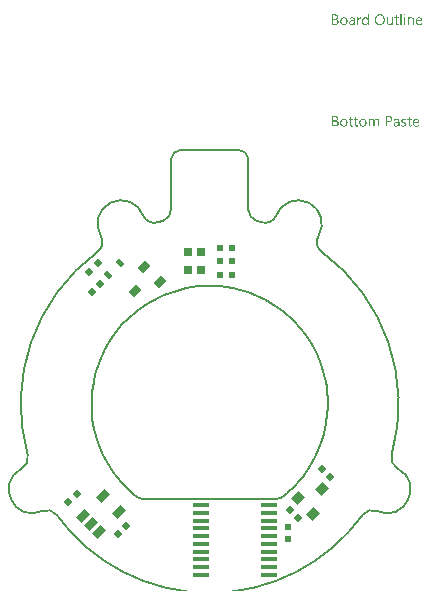
<source format=gbp>
G04*
G04 #@! TF.GenerationSoftware,Altium Limited,Altium Designer,21.9.2 (33)*
G04*
G04 Layer_Color=128*
%FSAX25Y25*%
%MOIN*%
G70*
G04*
G04 #@! TF.SameCoordinates,769468AF-EC4D-4854-9D34-422089E218C9*
G04*
G04*
G04 #@! TF.FilePolarity,Positive*
G04*
G01*
G75*
%ADD11C,0.00787*%
%ADD18R,0.02165X0.01968*%
G04:AMPARAMS|DCode=19|XSize=19.68mil|YSize=21.65mil|CornerRadius=0mil|HoleSize=0mil|Usage=FLASHONLY|Rotation=45.000|XOffset=0mil|YOffset=0mil|HoleType=Round|Shape=Rectangle|*
%AMROTATEDRECTD19*
4,1,4,0.00070,-0.01462,-0.01462,0.00070,-0.00070,0.01462,0.01462,-0.00070,0.00070,-0.01462,0.0*
%
%ADD19ROTATEDRECTD19*%

%ADD47R,0.05315X0.01575*%
%ADD50R,0.02559X0.03150*%
G04:AMPARAMS|DCode=51|XSize=31.5mil|YSize=35.43mil|CornerRadius=0mil|HoleSize=0mil|Usage=FLASHONLY|Rotation=315.000|XOffset=0mil|YOffset=0mil|HoleType=Round|Shape=Rectangle|*
%AMROTATEDRECTD51*
4,1,4,-0.02366,-0.00139,0.00139,0.02366,0.02366,0.00139,-0.00139,-0.02366,-0.02366,-0.00139,0.0*
%
%ADD51ROTATEDRECTD51*%

G04:AMPARAMS|DCode=52|XSize=23.62mil|YSize=35.43mil|CornerRadius=0mil|HoleSize=0mil|Usage=FLASHONLY|Rotation=135.000|XOffset=0mil|YOffset=0mil|HoleType=Round|Shape=Rectangle|*
%AMROTATEDRECTD52*
4,1,4,0.02088,0.00418,-0.00418,-0.02088,-0.02088,-0.00418,0.00418,0.02088,0.02088,0.00418,0.0*
%
%ADD52ROTATEDRECTD52*%

G04:AMPARAMS|DCode=53|XSize=27.56mil|YSize=39.37mil|CornerRadius=0mil|HoleSize=0mil|Usage=FLASHONLY|Rotation=315.000|XOffset=0mil|YOffset=0mil|HoleType=Round|Shape=Rectangle|*
%AMROTATEDRECTD53*
4,1,4,-0.02366,-0.00418,0.00418,0.02366,0.02366,0.00418,-0.00418,-0.02366,-0.02366,-0.00418,0.0*
%
%ADD53ROTATEDRECTD53*%

G04:AMPARAMS|DCode=54|XSize=21.65mil|YSize=19.68mil|CornerRadius=0mil|HoleSize=0mil|Usage=FLASHONLY|Rotation=45.000|XOffset=0mil|YOffset=0mil|HoleType=Round|Shape=Rectangle|*
%AMROTATEDRECTD54*
4,1,4,-0.00070,-0.01462,-0.01462,-0.00070,0.00070,0.01462,0.01462,0.00070,-0.00070,-0.01462,0.0*
%
%ADD54ROTATEDRECTD54*%

G04:AMPARAMS|DCode=55|XSize=21.65mil|YSize=19.68mil|CornerRadius=0mil|HoleSize=0mil|Usage=FLASHONLY|Rotation=315.000|XOffset=0mil|YOffset=0mil|HoleType=Round|Shape=Rectangle|*
%AMROTATEDRECTD55*
4,1,4,-0.01462,0.00070,-0.00070,0.01462,0.01462,-0.00070,0.00070,-0.01462,-0.01462,0.00070,0.0*
%
%ADD55ROTATEDRECTD55*%

%ADD56R,0.01968X0.02165*%
G04:AMPARAMS|DCode=69|XSize=15.75mil|YSize=23.62mil|CornerRadius=0mil|HoleSize=0mil|Usage=FLASHONLY|Rotation=225.000|XOffset=0mil|YOffset=0mil|HoleType=Round|Shape=Rectangle|*
%AMROTATEDRECTD69*
4,1,4,-0.00278,0.01392,0.01392,-0.00278,0.00278,-0.01392,-0.01392,0.00278,-0.00278,0.01392,0.0*
%
%ADD69ROTATEDRECTD69*%

G36*
X0065056Y0129114D02*
X0065080D01*
X0065136Y0129089D01*
X0065167Y0129071D01*
X0065198Y0129046D01*
X0065204Y0129040D01*
X0065210Y0129033D01*
X0065241Y0128996D01*
X0065266Y0128934D01*
X0065272Y0128897D01*
X0065278Y0128860D01*
Y0128854D01*
Y0128841D01*
X0065272Y0128823D01*
X0065266Y0128798D01*
X0065247Y0128736D01*
X0065223Y0128705D01*
X0065198Y0128674D01*
X0065192D01*
X0065185Y0128662D01*
X0065148Y0128637D01*
X0065093Y0128612D01*
X0065056Y0128606D01*
X0065018Y0128600D01*
X0065000D01*
X0064981Y0128606D01*
X0064956D01*
X0064895Y0128631D01*
X0064864Y0128643D01*
X0064833Y0128668D01*
Y0128674D01*
X0064820Y0128681D01*
X0064808Y0128699D01*
X0064796Y0128718D01*
X0064771Y0128780D01*
X0064765Y0128817D01*
X0064758Y0128860D01*
Y0128866D01*
Y0128879D01*
X0064765Y0128897D01*
X0064771Y0128928D01*
X0064789Y0128984D01*
X0064808Y0129015D01*
X0064833Y0129046D01*
X0064839Y0129052D01*
X0064845Y0129058D01*
X0064882Y0129083D01*
X0064944Y0129108D01*
X0064981Y0129120D01*
X0065037D01*
X0065056Y0129114D01*
D02*
G37*
G36*
X0053066Y0125449D02*
X0052663D01*
Y0125870D01*
X0052651D01*
Y0125864D01*
X0052638Y0125852D01*
X0052620Y0125827D01*
X0052601Y0125796D01*
X0052570Y0125759D01*
X0052533Y0125722D01*
X0052490Y0125678D01*
X0052440Y0125635D01*
X0052385Y0125586D01*
X0052316Y0125542D01*
X0052248Y0125505D01*
X0052168Y0125468D01*
X0052087Y0125437D01*
X0051995Y0125412D01*
X0051896Y0125400D01*
X0051790Y0125394D01*
X0051747D01*
X0051710Y0125400D01*
X0051673Y0125406D01*
X0051623Y0125412D01*
X0051518Y0125437D01*
X0051394Y0125474D01*
X0051270Y0125536D01*
X0051202Y0125573D01*
X0051147Y0125617D01*
X0051085Y0125672D01*
X0051029Y0125728D01*
Y0125734D01*
X0051017Y0125747D01*
X0051004Y0125765D01*
X0050986Y0125790D01*
X0050967Y0125821D01*
X0050942Y0125864D01*
X0050918Y0125914D01*
X0050893Y0125969D01*
X0050862Y0126031D01*
X0050837Y0126099D01*
X0050812Y0126174D01*
X0050794Y0126254D01*
X0050775Y0126341D01*
X0050763Y0126440D01*
X0050757Y0126539D01*
X0050750Y0126644D01*
Y0126650D01*
Y0126669D01*
Y0126706D01*
X0050757Y0126749D01*
X0050763Y0126799D01*
X0050769Y0126861D01*
X0050775Y0126929D01*
X0050788Y0127003D01*
X0050825Y0127164D01*
X0050880Y0127331D01*
X0050918Y0127412D01*
X0050961Y0127492D01*
X0051004Y0127566D01*
X0051060Y0127641D01*
X0051066Y0127647D01*
X0051072Y0127659D01*
X0051091Y0127678D01*
X0051116Y0127703D01*
X0051147Y0127727D01*
X0051190Y0127758D01*
X0051233Y0127795D01*
X0051283Y0127832D01*
X0051407Y0127901D01*
X0051549Y0127963D01*
X0051629Y0127981D01*
X0051716Y0128000D01*
X0051803Y0128012D01*
X0051902Y0128018D01*
X0051951D01*
X0051988Y0128012D01*
X0052026Y0128006D01*
X0052075Y0128000D01*
X0052187Y0127969D01*
X0052310Y0127919D01*
X0052372Y0127888D01*
X0052434Y0127845D01*
X0052496Y0127802D01*
X0052552Y0127746D01*
X0052601Y0127684D01*
X0052651Y0127610D01*
X0052663D01*
Y0129170D01*
X0053066D01*
Y0125449D01*
D02*
G37*
G36*
X0067334Y0128012D02*
X0067408Y0128006D01*
X0067501Y0127987D01*
X0067600Y0127956D01*
X0067705Y0127907D01*
X0067810Y0127839D01*
X0067853Y0127802D01*
X0067897Y0127752D01*
X0067909Y0127740D01*
X0067934Y0127703D01*
X0067965Y0127641D01*
X0068008Y0127554D01*
X0068045Y0127449D01*
X0068082Y0127319D01*
X0068107Y0127164D01*
X0068113Y0126985D01*
Y0125449D01*
X0067711D01*
Y0126879D01*
Y0126885D01*
Y0126916D01*
X0067705Y0126954D01*
Y0127003D01*
X0067693Y0127065D01*
X0067680Y0127133D01*
X0067661Y0127207D01*
X0067637Y0127282D01*
X0067606Y0127356D01*
X0067569Y0127424D01*
X0067519Y0127492D01*
X0067463Y0127554D01*
X0067401Y0127603D01*
X0067321Y0127641D01*
X0067234Y0127672D01*
X0067129Y0127678D01*
X0067117D01*
X0067080Y0127672D01*
X0067024Y0127665D01*
X0066956Y0127647D01*
X0066875Y0127622D01*
X0066789Y0127579D01*
X0066708Y0127523D01*
X0066628Y0127449D01*
X0066622Y0127436D01*
X0066597Y0127412D01*
X0066566Y0127362D01*
X0066529Y0127294D01*
X0066492Y0127214D01*
X0066461Y0127114D01*
X0066436Y0127003D01*
X0066430Y0126879D01*
Y0125449D01*
X0066027D01*
Y0127963D01*
X0066430D01*
Y0127542D01*
X0066442D01*
X0066448Y0127548D01*
X0066454Y0127560D01*
X0066473Y0127585D01*
X0066498Y0127616D01*
X0066523Y0127653D01*
X0066560Y0127690D01*
X0066603Y0127734D01*
X0066653Y0127783D01*
X0066708Y0127826D01*
X0066770Y0127870D01*
X0066838Y0127907D01*
X0066913Y0127944D01*
X0066987Y0127975D01*
X0067074Y0128000D01*
X0067166Y0128012D01*
X0067265Y0128018D01*
X0067303D01*
X0067334Y0128012D01*
D02*
G37*
G36*
X0050336Y0128000D02*
X0050410Y0127994D01*
X0050453Y0127981D01*
X0050484Y0127969D01*
Y0127554D01*
X0050478Y0127560D01*
X0050466Y0127566D01*
X0050441Y0127579D01*
X0050410Y0127597D01*
X0050367Y0127610D01*
X0050311Y0127622D01*
X0050249Y0127628D01*
X0050181Y0127635D01*
X0050169D01*
X0050138Y0127628D01*
X0050088Y0127622D01*
X0050032Y0127603D01*
X0049958Y0127573D01*
X0049890Y0127529D01*
X0049816Y0127467D01*
X0049748Y0127387D01*
X0049742Y0127374D01*
X0049723Y0127343D01*
X0049692Y0127288D01*
X0049661Y0127214D01*
X0049630Y0127121D01*
X0049599Y0127003D01*
X0049580Y0126873D01*
X0049574Y0126725D01*
Y0125449D01*
X0049172D01*
Y0127963D01*
X0049574D01*
Y0127443D01*
X0049587D01*
Y0127449D01*
X0049593Y0127455D01*
X0049605Y0127486D01*
X0049624Y0127535D01*
X0049655Y0127597D01*
X0049686Y0127659D01*
X0049735Y0127727D01*
X0049785Y0127795D01*
X0049847Y0127857D01*
X0049853Y0127864D01*
X0049878Y0127882D01*
X0049915Y0127907D01*
X0049964Y0127932D01*
X0050020Y0127956D01*
X0050088Y0127981D01*
X0050162Y0128000D01*
X0050243Y0128006D01*
X0050299D01*
X0050336Y0128000D01*
D02*
G37*
G36*
X0061075Y0125449D02*
X0060673D01*
Y0125846D01*
X0060661D01*
Y0125839D01*
X0060648Y0125827D01*
X0060636Y0125802D01*
X0060611Y0125777D01*
X0060555Y0125703D01*
X0060469Y0125623D01*
X0060419Y0125579D01*
X0060364Y0125536D01*
X0060302Y0125499D01*
X0060227Y0125462D01*
X0060153Y0125437D01*
X0060073Y0125412D01*
X0059980Y0125400D01*
X0059887Y0125394D01*
X0059850D01*
X0059806Y0125400D01*
X0059745Y0125412D01*
X0059676Y0125425D01*
X0059602Y0125449D01*
X0059522Y0125480D01*
X0059441Y0125530D01*
X0059355Y0125586D01*
X0059274Y0125654D01*
X0059200Y0125740D01*
X0059132Y0125846D01*
X0059070Y0125963D01*
X0059026Y0126105D01*
X0059002Y0126273D01*
X0058989Y0126359D01*
Y0126458D01*
Y0127963D01*
X0059386D01*
Y0126520D01*
Y0126514D01*
Y0126489D01*
X0059392Y0126446D01*
X0059398Y0126397D01*
X0059404Y0126335D01*
X0059416Y0126273D01*
X0059435Y0126198D01*
X0059460Y0126124D01*
X0059497Y0126050D01*
X0059534Y0125982D01*
X0059584Y0125914D01*
X0059645Y0125852D01*
X0059714Y0125802D01*
X0059794Y0125765D01*
X0059893Y0125734D01*
X0059998Y0125728D01*
X0060011D01*
X0060048Y0125734D01*
X0060103Y0125740D01*
X0060165Y0125753D01*
X0060246Y0125784D01*
X0060326Y0125821D01*
X0060407Y0125870D01*
X0060481Y0125945D01*
X0060487Y0125957D01*
X0060512Y0125982D01*
X0060543Y0126031D01*
X0060580Y0126099D01*
X0060611Y0126180D01*
X0060642Y0126279D01*
X0060667Y0126390D01*
X0060673Y0126514D01*
Y0127963D01*
X0061075D01*
Y0125449D01*
D02*
G37*
G36*
X0065210D02*
X0064808D01*
Y0127963D01*
X0065210D01*
Y0125449D01*
D02*
G37*
G36*
X0063991D02*
X0063589D01*
Y0129170D01*
X0063991D01*
Y0125449D01*
D02*
G37*
G36*
X0047612Y0128012D02*
X0047668Y0128006D01*
X0047736Y0127987D01*
X0047810Y0127969D01*
X0047891Y0127938D01*
X0047977Y0127901D01*
X0048058Y0127851D01*
X0048138Y0127789D01*
X0048213Y0127715D01*
X0048281Y0127622D01*
X0048336Y0127517D01*
X0048380Y0127393D01*
X0048404Y0127251D01*
X0048417Y0127084D01*
Y0125449D01*
X0048015D01*
Y0125839D01*
X0048002D01*
Y0125833D01*
X0047990Y0125821D01*
X0047977Y0125796D01*
X0047953Y0125771D01*
X0047891Y0125697D01*
X0047810Y0125617D01*
X0047699Y0125536D01*
X0047569Y0125462D01*
X0047488Y0125437D01*
X0047408Y0125412D01*
X0047321Y0125400D01*
X0047228Y0125394D01*
X0047191D01*
X0047166Y0125400D01*
X0047098Y0125406D01*
X0047018Y0125418D01*
X0046919Y0125443D01*
X0046826Y0125474D01*
X0046727Y0125524D01*
X0046640Y0125586D01*
X0046634Y0125598D01*
X0046609Y0125623D01*
X0046572Y0125666D01*
X0046535Y0125728D01*
X0046498Y0125802D01*
X0046461Y0125889D01*
X0046436Y0125994D01*
X0046430Y0126112D01*
Y0126118D01*
Y0126143D01*
X0046436Y0126180D01*
X0046442Y0126223D01*
X0046455Y0126279D01*
X0046473Y0126341D01*
X0046498Y0126409D01*
X0046535Y0126477D01*
X0046578Y0126551D01*
X0046634Y0126626D01*
X0046702Y0126694D01*
X0046783Y0126755D01*
X0046876Y0126817D01*
X0046987Y0126867D01*
X0047111Y0126904D01*
X0047259Y0126935D01*
X0048015Y0127040D01*
Y0127046D01*
Y0127065D01*
X0048008Y0127102D01*
Y0127139D01*
X0047996Y0127189D01*
X0047990Y0127244D01*
X0047953Y0127362D01*
X0047922Y0127418D01*
X0047891Y0127473D01*
X0047847Y0127529D01*
X0047798Y0127579D01*
X0047736Y0127622D01*
X0047668Y0127653D01*
X0047587Y0127672D01*
X0047495Y0127678D01*
X0047451D01*
X0047420Y0127672D01*
X0047377D01*
X0047334Y0127659D01*
X0047222Y0127641D01*
X0047098Y0127603D01*
X0046962Y0127548D01*
X0046888Y0127511D01*
X0046820Y0127473D01*
X0046745Y0127424D01*
X0046677Y0127368D01*
Y0127783D01*
X0046684D01*
X0046696Y0127795D01*
X0046715Y0127808D01*
X0046745Y0127820D01*
X0046777Y0127839D01*
X0046820Y0127857D01*
X0046869Y0127876D01*
X0046925Y0127901D01*
X0047049Y0127944D01*
X0047197Y0127981D01*
X0047358Y0128006D01*
X0047532Y0128018D01*
X0047569D01*
X0047612Y0128012D01*
D02*
G37*
G36*
X0041923Y0128959D02*
X0041967D01*
X0042010Y0128953D01*
X0042109Y0128941D01*
X0042227Y0128910D01*
X0042351Y0128873D01*
X0042468Y0128817D01*
X0042573Y0128743D01*
X0042580D01*
X0042586Y0128730D01*
X0042617Y0128705D01*
X0042660Y0128656D01*
X0042710Y0128588D01*
X0042753Y0128501D01*
X0042796Y0128402D01*
X0042827Y0128291D01*
X0042840Y0128229D01*
Y0128161D01*
Y0128154D01*
Y0128148D01*
Y0128111D01*
X0042833Y0128055D01*
X0042821Y0127987D01*
X0042803Y0127901D01*
X0042772Y0127814D01*
X0042734Y0127727D01*
X0042679Y0127641D01*
X0042673Y0127628D01*
X0042648Y0127603D01*
X0042611Y0127566D01*
X0042561Y0127517D01*
X0042499Y0127467D01*
X0042425Y0127412D01*
X0042332Y0127368D01*
X0042233Y0127325D01*
Y0127319D01*
X0042252D01*
X0042270Y0127313D01*
X0042289Y0127306D01*
X0042357Y0127294D01*
X0042437Y0127269D01*
X0042524Y0127232D01*
X0042617Y0127189D01*
X0042710Y0127127D01*
X0042796Y0127046D01*
X0042809Y0127034D01*
X0042833Y0127003D01*
X0042864Y0126960D01*
X0042908Y0126892D01*
X0042945Y0126805D01*
X0042982Y0126706D01*
X0043007Y0126588D01*
X0043013Y0126458D01*
Y0126452D01*
Y0126440D01*
Y0126415D01*
X0043007Y0126384D01*
X0043001Y0126347D01*
X0042994Y0126304D01*
X0042970Y0126198D01*
X0042933Y0126081D01*
X0042877Y0125957D01*
X0042840Y0125901D01*
X0042796Y0125839D01*
X0042741Y0125784D01*
X0042685Y0125728D01*
X0042679D01*
X0042673Y0125716D01*
X0042654Y0125703D01*
X0042629Y0125685D01*
X0042598Y0125666D01*
X0042555Y0125641D01*
X0042462Y0125592D01*
X0042344Y0125536D01*
X0042208Y0125493D01*
X0042047Y0125462D01*
X0041967Y0125456D01*
X0041874Y0125449D01*
X0040846D01*
Y0128965D01*
X0041892D01*
X0041923Y0128959D01*
D02*
G37*
G36*
X0062419Y0127963D02*
X0063056D01*
Y0127616D01*
X0062419D01*
Y0126198D01*
Y0126186D01*
Y0126155D01*
X0062425Y0126112D01*
X0062431Y0126056D01*
X0062456Y0125938D01*
X0062474Y0125883D01*
X0062505Y0125839D01*
X0062511Y0125833D01*
X0062524Y0125821D01*
X0062542Y0125808D01*
X0062573Y0125790D01*
X0062611Y0125765D01*
X0062660Y0125753D01*
X0062722Y0125740D01*
X0062790Y0125734D01*
X0062815D01*
X0062846Y0125740D01*
X0062883Y0125747D01*
X0062969Y0125771D01*
X0063013Y0125790D01*
X0063056Y0125815D01*
Y0125468D01*
X0063050D01*
X0063031Y0125456D01*
X0063001Y0125449D01*
X0062957Y0125437D01*
X0062901Y0125425D01*
X0062840Y0125412D01*
X0062765Y0125406D01*
X0062679Y0125400D01*
X0062648D01*
X0062617Y0125406D01*
X0062573Y0125412D01*
X0062524Y0125425D01*
X0062468Y0125437D01*
X0062412Y0125462D01*
X0062350Y0125493D01*
X0062289Y0125530D01*
X0062227Y0125579D01*
X0062171Y0125635D01*
X0062121Y0125709D01*
X0062078Y0125790D01*
X0062047Y0125889D01*
X0062022Y0126000D01*
X0062016Y0126130D01*
Y0127616D01*
X0061589D01*
Y0127963D01*
X0062016D01*
Y0128575D01*
X0062419Y0128705D01*
Y0127963D01*
D02*
G37*
G36*
X0069946Y0128012D02*
X0069989Y0128006D01*
X0070032Y0128000D01*
X0070144Y0127981D01*
X0070267Y0127938D01*
X0070391Y0127882D01*
X0070453Y0127845D01*
X0070515Y0127802D01*
X0070571Y0127752D01*
X0070626Y0127696D01*
X0070633Y0127690D01*
X0070639Y0127684D01*
X0070651Y0127665D01*
X0070670Y0127641D01*
X0070688Y0127603D01*
X0070713Y0127566D01*
X0070738Y0127523D01*
X0070763Y0127467D01*
X0070788Y0127405D01*
X0070812Y0127343D01*
X0070837Y0127269D01*
X0070856Y0127189D01*
X0070874Y0127102D01*
X0070886Y0127015D01*
X0070899Y0126916D01*
Y0126811D01*
Y0126601D01*
X0069122D01*
Y0126595D01*
Y0126582D01*
Y0126564D01*
X0069129Y0126533D01*
X0069135Y0126496D01*
Y0126458D01*
X0069153Y0126359D01*
X0069184Y0126260D01*
X0069221Y0126149D01*
X0069277Y0126044D01*
X0069345Y0125951D01*
X0069358Y0125938D01*
X0069382Y0125914D01*
X0069432Y0125883D01*
X0069500Y0125839D01*
X0069587Y0125796D01*
X0069686Y0125765D01*
X0069803Y0125740D01*
X0069939Y0125728D01*
X0069983D01*
X0070014Y0125734D01*
X0070051D01*
X0070094Y0125740D01*
X0070199Y0125765D01*
X0070317Y0125796D01*
X0070447Y0125846D01*
X0070583Y0125914D01*
X0070651Y0125957D01*
X0070719Y0126006D01*
Y0125629D01*
X0070713D01*
X0070707Y0125617D01*
X0070688Y0125610D01*
X0070657Y0125592D01*
X0070626Y0125573D01*
X0070589Y0125555D01*
X0070540Y0125536D01*
X0070490Y0125511D01*
X0070428Y0125487D01*
X0070360Y0125468D01*
X0070212Y0125431D01*
X0070038Y0125406D01*
X0069847Y0125394D01*
X0069797D01*
X0069760Y0125400D01*
X0069717Y0125406D01*
X0069661Y0125412D01*
X0069543Y0125437D01*
X0069407Y0125474D01*
X0069271Y0125536D01*
X0069203Y0125579D01*
X0069135Y0125623D01*
X0069073Y0125672D01*
X0069011Y0125734D01*
X0069005Y0125740D01*
X0068999Y0125753D01*
X0068986Y0125771D01*
X0068961Y0125796D01*
X0068943Y0125833D01*
X0068918Y0125876D01*
X0068887Y0125926D01*
X0068862Y0125982D01*
X0068831Y0126044D01*
X0068807Y0126118D01*
X0068776Y0126198D01*
X0068757Y0126285D01*
X0068739Y0126378D01*
X0068720Y0126477D01*
X0068714Y0126582D01*
X0068708Y0126694D01*
Y0126700D01*
Y0126718D01*
Y0126749D01*
X0068714Y0126793D01*
X0068720Y0126842D01*
X0068726Y0126898D01*
X0068732Y0126966D01*
X0068751Y0127034D01*
X0068788Y0127183D01*
X0068844Y0127343D01*
X0068881Y0127424D01*
X0068931Y0127498D01*
X0068980Y0127579D01*
X0069036Y0127647D01*
X0069042Y0127653D01*
X0069054Y0127665D01*
X0069073Y0127684D01*
X0069098Y0127703D01*
X0069129Y0127734D01*
X0069166Y0127764D01*
X0069215Y0127795D01*
X0069265Y0127832D01*
X0069382Y0127901D01*
X0069525Y0127963D01*
X0069605Y0127981D01*
X0069686Y0128000D01*
X0069772Y0128012D01*
X0069865Y0128018D01*
X0069915D01*
X0069946Y0128012D01*
D02*
G37*
G36*
X0056903Y0129021D02*
X0056965Y0129015D01*
X0057039Y0129002D01*
X0057120Y0128984D01*
X0057207Y0128965D01*
X0057293Y0128941D01*
X0057392Y0128910D01*
X0057485Y0128866D01*
X0057584Y0128817D01*
X0057683Y0128761D01*
X0057776Y0128693D01*
X0057869Y0128619D01*
X0057956Y0128532D01*
X0057962Y0128526D01*
X0057974Y0128507D01*
X0057999Y0128482D01*
X0058024Y0128445D01*
X0058061Y0128396D01*
X0058098Y0128334D01*
X0058135Y0128266D01*
X0058178Y0128192D01*
X0058222Y0128099D01*
X0058259Y0128006D01*
X0058296Y0127901D01*
X0058333Y0127783D01*
X0058358Y0127665D01*
X0058383Y0127535D01*
X0058395Y0127393D01*
X0058401Y0127251D01*
Y0127238D01*
Y0127214D01*
Y0127170D01*
X0058395Y0127108D01*
X0058389Y0127034D01*
X0058376Y0126954D01*
X0058364Y0126861D01*
X0058346Y0126755D01*
X0058321Y0126650D01*
X0058290Y0126539D01*
X0058253Y0126427D01*
X0058209Y0126316D01*
X0058154Y0126198D01*
X0058092Y0126093D01*
X0058024Y0125988D01*
X0057943Y0125889D01*
X0057937Y0125883D01*
X0057925Y0125870D01*
X0057894Y0125846D01*
X0057863Y0125815D01*
X0057813Y0125771D01*
X0057758Y0125734D01*
X0057696Y0125685D01*
X0057621Y0125641D01*
X0057541Y0125598D01*
X0057448Y0125548D01*
X0057349Y0125511D01*
X0057238Y0125474D01*
X0057120Y0125437D01*
X0056996Y0125412D01*
X0056866Y0125400D01*
X0056724Y0125394D01*
X0056693D01*
X0056650Y0125400D01*
X0056600D01*
X0056538Y0125406D01*
X0056464Y0125418D01*
X0056383Y0125437D01*
X0056291Y0125456D01*
X0056198Y0125480D01*
X0056099Y0125511D01*
X0056000Y0125555D01*
X0055901Y0125598D01*
X0055801Y0125654D01*
X0055702Y0125722D01*
X0055610Y0125796D01*
X0055523Y0125883D01*
X0055517Y0125889D01*
X0055504Y0125908D01*
X0055480Y0125932D01*
X0055455Y0125969D01*
X0055418Y0126019D01*
X0055381Y0126081D01*
X0055343Y0126149D01*
X0055300Y0126229D01*
X0055257Y0126316D01*
X0055220Y0126409D01*
X0055182Y0126514D01*
X0055145Y0126632D01*
X0055121Y0126749D01*
X0055096Y0126879D01*
X0055083Y0127022D01*
X0055077Y0127164D01*
Y0127176D01*
Y0127201D01*
X0055083Y0127244D01*
Y0127306D01*
X0055090Y0127374D01*
X0055102Y0127461D01*
X0055114Y0127554D01*
X0055133Y0127653D01*
X0055158Y0127758D01*
X0055189Y0127870D01*
X0055226Y0127981D01*
X0055269Y0128093D01*
X0055325Y0128204D01*
X0055387Y0128315D01*
X0055455Y0128421D01*
X0055535Y0128520D01*
X0055541Y0128526D01*
X0055554Y0128544D01*
X0055585Y0128569D01*
X0055622Y0128600D01*
X0055665Y0128637D01*
X0055721Y0128681D01*
X0055789Y0128724D01*
X0055863Y0128773D01*
X0055950Y0128823D01*
X0056043Y0128866D01*
X0056142Y0128910D01*
X0056253Y0128947D01*
X0056377Y0128978D01*
X0056507Y0129009D01*
X0056643Y0129021D01*
X0056786Y0129027D01*
X0056854D01*
X0056903Y0129021D01*
D02*
G37*
G36*
X0044876Y0128012D02*
X0044919Y0128006D01*
X0044975Y0128000D01*
X0045099Y0127975D01*
X0045241Y0127932D01*
X0045384Y0127870D01*
X0045458Y0127832D01*
X0045526Y0127789D01*
X0045594Y0127734D01*
X0045656Y0127672D01*
X0045662Y0127665D01*
X0045669Y0127653D01*
X0045687Y0127635D01*
X0045706Y0127610D01*
X0045730Y0127573D01*
X0045755Y0127529D01*
X0045786Y0127480D01*
X0045817Y0127424D01*
X0045842Y0127356D01*
X0045873Y0127288D01*
X0045897Y0127207D01*
X0045922Y0127121D01*
X0045941Y0127028D01*
X0045959Y0126929D01*
X0045966Y0126824D01*
X0045972Y0126712D01*
Y0126706D01*
Y0126687D01*
Y0126656D01*
X0045966Y0126613D01*
X0045959Y0126564D01*
X0045953Y0126502D01*
X0045941Y0126440D01*
X0045928Y0126365D01*
X0045891Y0126217D01*
X0045829Y0126056D01*
X0045792Y0125976D01*
X0045743Y0125895D01*
X0045693Y0125821D01*
X0045631Y0125753D01*
X0045625Y0125747D01*
X0045613Y0125740D01*
X0045594Y0125722D01*
X0045569Y0125697D01*
X0045532Y0125672D01*
X0045495Y0125641D01*
X0045446Y0125604D01*
X0045390Y0125573D01*
X0045328Y0125542D01*
X0045260Y0125505D01*
X0045186Y0125474D01*
X0045105Y0125449D01*
X0045019Y0125425D01*
X0044926Y0125412D01*
X0044827Y0125400D01*
X0044721Y0125394D01*
X0044666D01*
X0044629Y0125400D01*
X0044585Y0125406D01*
X0044530Y0125412D01*
X0044468Y0125425D01*
X0044399Y0125437D01*
X0044257Y0125480D01*
X0044109Y0125542D01*
X0044034Y0125579D01*
X0043966Y0125629D01*
X0043898Y0125678D01*
X0043830Y0125740D01*
X0043824Y0125747D01*
X0043818Y0125759D01*
X0043799Y0125777D01*
X0043780Y0125802D01*
X0043756Y0125839D01*
X0043725Y0125883D01*
X0043694Y0125932D01*
X0043669Y0125988D01*
X0043638Y0126056D01*
X0043607Y0126124D01*
X0043576Y0126198D01*
X0043551Y0126285D01*
X0043514Y0126471D01*
X0043508Y0126570D01*
X0043502Y0126675D01*
Y0126681D01*
Y0126706D01*
Y0126737D01*
X0043508Y0126780D01*
X0043514Y0126830D01*
X0043521Y0126892D01*
X0043533Y0126960D01*
X0043545Y0127034D01*
X0043582Y0127195D01*
X0043644Y0127356D01*
X0043688Y0127436D01*
X0043731Y0127517D01*
X0043780Y0127591D01*
X0043842Y0127659D01*
X0043849Y0127665D01*
X0043861Y0127678D01*
X0043880Y0127690D01*
X0043904Y0127715D01*
X0043941Y0127740D01*
X0043985Y0127771D01*
X0044034Y0127808D01*
X0044090Y0127839D01*
X0044152Y0127870D01*
X0044226Y0127907D01*
X0044300Y0127938D01*
X0044387Y0127963D01*
X0044474Y0127987D01*
X0044573Y0128006D01*
X0044678Y0128012D01*
X0044783Y0128018D01*
X0044839D01*
X0044876Y0128012D01*
D02*
G37*
G36*
X0064975Y0094154D02*
X0065056Y0094148D01*
X0065142Y0094135D01*
X0065241Y0094111D01*
X0065340Y0094086D01*
X0065439Y0094049D01*
Y0093640D01*
X0065427Y0093646D01*
X0065390Y0093671D01*
X0065334Y0093696D01*
X0065260Y0093733D01*
X0065167Y0093764D01*
X0065056Y0093795D01*
X0064932Y0093813D01*
X0064802Y0093819D01*
X0064734D01*
X0064672Y0093807D01*
X0064597Y0093795D01*
X0064591D01*
X0064585Y0093789D01*
X0064548Y0093776D01*
X0064498Y0093751D01*
X0064443Y0093721D01*
X0064430Y0093714D01*
X0064406Y0093690D01*
X0064375Y0093652D01*
X0064344Y0093609D01*
X0064337Y0093597D01*
X0064325Y0093566D01*
X0064313Y0093522D01*
X0064306Y0093467D01*
Y0093461D01*
Y0093448D01*
Y0093430D01*
X0064313Y0093411D01*
X0064325Y0093355D01*
X0064344Y0093300D01*
X0064350Y0093287D01*
X0064368Y0093262D01*
X0064406Y0093225D01*
X0064449Y0093182D01*
X0064455D01*
X0064461Y0093176D01*
X0064498Y0093151D01*
X0064548Y0093120D01*
X0064616Y0093089D01*
X0064622D01*
X0064635Y0093083D01*
X0064653Y0093077D01*
X0064684Y0093064D01*
X0064752Y0093040D01*
X0064839Y0093002D01*
X0064845D01*
X0064870Y0092990D01*
X0064901Y0092978D01*
X0064938Y0092965D01*
X0065037Y0092922D01*
X0065136Y0092873D01*
X0065142D01*
X0065161Y0092860D01*
X0065185Y0092848D01*
X0065216Y0092829D01*
X0065291Y0092780D01*
X0065365Y0092718D01*
X0065371Y0092712D01*
X0065384Y0092705D01*
X0065396Y0092687D01*
X0065421Y0092662D01*
X0065464Y0092600D01*
X0065507Y0092520D01*
Y0092513D01*
X0065514Y0092501D01*
X0065526Y0092476D01*
X0065532Y0092445D01*
X0065544Y0092408D01*
X0065551Y0092365D01*
X0065557Y0092260D01*
Y0092254D01*
Y0092229D01*
X0065551Y0092192D01*
X0065544Y0092148D01*
X0065538Y0092099D01*
X0065520Y0092043D01*
X0065501Y0091993D01*
X0065470Y0091938D01*
X0065464Y0091932D01*
X0065458Y0091913D01*
X0065439Y0091888D01*
X0065415Y0091857D01*
X0065384Y0091820D01*
X0065346Y0091783D01*
X0065254Y0091709D01*
X0065247Y0091703D01*
X0065229Y0091696D01*
X0065204Y0091678D01*
X0065161Y0091659D01*
X0065117Y0091635D01*
X0065062Y0091616D01*
X0065006Y0091597D01*
X0064938Y0091579D01*
X0064932D01*
X0064907Y0091573D01*
X0064870Y0091566D01*
X0064827Y0091560D01*
X0064765Y0091548D01*
X0064703Y0091542D01*
X0064560Y0091535D01*
X0064498D01*
X0064424Y0091542D01*
X0064331Y0091554D01*
X0064226Y0091573D01*
X0064115Y0091597D01*
X0064003Y0091628D01*
X0063892Y0091678D01*
Y0092111D01*
X0063898D01*
X0063904Y0092099D01*
X0063923Y0092086D01*
X0063947Y0092074D01*
X0064016Y0092037D01*
X0064109Y0091993D01*
X0064214Y0091944D01*
X0064337Y0091907D01*
X0064474Y0091882D01*
X0064616Y0091870D01*
X0064666D01*
X0064697Y0091876D01*
X0064783Y0091888D01*
X0064882Y0091913D01*
X0064975Y0091956D01*
X0065018Y0091987D01*
X0065062Y0092018D01*
X0065093Y0092062D01*
X0065117Y0092105D01*
X0065136Y0092161D01*
X0065142Y0092222D01*
Y0092229D01*
Y0092241D01*
Y0092260D01*
X0065136Y0092278D01*
X0065124Y0092334D01*
X0065099Y0092390D01*
Y0092396D01*
X0065093Y0092402D01*
X0065068Y0092433D01*
X0065031Y0092476D01*
X0064975Y0092513D01*
X0064969D01*
X0064963Y0092526D01*
X0064925Y0092544D01*
X0064870Y0092581D01*
X0064796Y0092612D01*
X0064789D01*
X0064777Y0092619D01*
X0064758Y0092631D01*
X0064727Y0092643D01*
X0064659Y0092668D01*
X0064573Y0092705D01*
X0064566D01*
X0064542Y0092718D01*
X0064511Y0092730D01*
X0064474Y0092743D01*
X0064375Y0092786D01*
X0064276Y0092835D01*
X0064269Y0092842D01*
X0064257Y0092848D01*
X0064232Y0092860D01*
X0064201Y0092879D01*
X0064133Y0092928D01*
X0064065Y0092984D01*
X0064059Y0092990D01*
X0064053Y0092996D01*
X0064034Y0093015D01*
X0064016Y0093040D01*
X0063972Y0093102D01*
X0063935Y0093176D01*
Y0093182D01*
X0063929Y0093194D01*
X0063923Y0093219D01*
X0063917Y0093250D01*
X0063910Y0093287D01*
X0063904Y0093331D01*
X0063898Y0093436D01*
Y0093442D01*
Y0093467D01*
X0063904Y0093498D01*
X0063910Y0093541D01*
X0063917Y0093590D01*
X0063935Y0093640D01*
X0063954Y0093696D01*
X0063978Y0093745D01*
X0063985Y0093751D01*
X0063991Y0093770D01*
X0064009Y0093795D01*
X0064034Y0093826D01*
X0064102Y0093900D01*
X0064189Y0093974D01*
X0064195Y0093980D01*
X0064214Y0093987D01*
X0064239Y0094005D01*
X0064282Y0094024D01*
X0064325Y0094049D01*
X0064375Y0094073D01*
X0064498Y0094111D01*
X0064505D01*
X0064529Y0094117D01*
X0064560Y0094129D01*
X0064610Y0094135D01*
X0064659Y0094148D01*
X0064721Y0094154D01*
X0064857Y0094160D01*
X0064913D01*
X0064975Y0094154D01*
D02*
G37*
G36*
X0055783D02*
X0055839Y0094141D01*
X0055901Y0094129D01*
X0055969Y0094104D01*
X0056049Y0094073D01*
X0056123Y0094030D01*
X0056204Y0093980D01*
X0056278Y0093912D01*
X0056346Y0093826D01*
X0056408Y0093727D01*
X0056464Y0093615D01*
X0056501Y0093473D01*
X0056532Y0093318D01*
X0056538Y0093139D01*
Y0091591D01*
X0056136D01*
Y0093033D01*
Y0093040D01*
Y0093052D01*
Y0093071D01*
Y0093102D01*
X0056129Y0093176D01*
X0056117Y0093262D01*
X0056105Y0093362D01*
X0056080Y0093461D01*
X0056049Y0093553D01*
X0056006Y0093634D01*
X0056000Y0093640D01*
X0055981Y0093665D01*
X0055950Y0093696D01*
X0055901Y0093727D01*
X0055845Y0093764D01*
X0055770Y0093789D01*
X0055678Y0093813D01*
X0055572Y0093819D01*
X0055560D01*
X0055529Y0093813D01*
X0055480Y0093807D01*
X0055418Y0093789D01*
X0055350Y0093764D01*
X0055275Y0093721D01*
X0055201Y0093665D01*
X0055133Y0093584D01*
X0055127Y0093572D01*
X0055108Y0093541D01*
X0055077Y0093492D01*
X0055046Y0093423D01*
X0055009Y0093343D01*
X0054984Y0093250D01*
X0054960Y0093139D01*
X0054953Y0093021D01*
Y0091591D01*
X0054551D01*
Y0093083D01*
Y0093089D01*
Y0093114D01*
X0054545Y0093151D01*
Y0093200D01*
X0054532Y0093256D01*
X0054520Y0093318D01*
X0054502Y0093380D01*
X0054483Y0093454D01*
X0054452Y0093522D01*
X0054415Y0093584D01*
X0054365Y0093646D01*
X0054310Y0093702D01*
X0054248Y0093751D01*
X0054167Y0093789D01*
X0054081Y0093813D01*
X0053982Y0093819D01*
X0053969D01*
X0053938Y0093813D01*
X0053889Y0093807D01*
X0053827Y0093795D01*
X0053759Y0093764D01*
X0053685Y0093727D01*
X0053610Y0093671D01*
X0053542Y0093597D01*
X0053536Y0093584D01*
X0053517Y0093560D01*
X0053486Y0093510D01*
X0053456Y0093442D01*
X0053425Y0093362D01*
X0053394Y0093262D01*
X0053375Y0093151D01*
X0053369Y0093021D01*
Y0091591D01*
X0052966D01*
Y0094104D01*
X0053369D01*
Y0093702D01*
X0053381D01*
X0053387Y0093708D01*
X0053394Y0093721D01*
X0053412Y0093745D01*
X0053431Y0093776D01*
X0053493Y0093844D01*
X0053579Y0093931D01*
X0053691Y0094018D01*
X0053821Y0094086D01*
X0053901Y0094117D01*
X0053982Y0094141D01*
X0054068Y0094154D01*
X0054161Y0094160D01*
X0054204D01*
X0054254Y0094154D01*
X0054316Y0094141D01*
X0054384Y0094123D01*
X0054458Y0094098D01*
X0054532Y0094067D01*
X0054607Y0094018D01*
X0054613Y0094011D01*
X0054638Y0093993D01*
X0054669Y0093962D01*
X0054712Y0093919D01*
X0054755Y0093863D01*
X0054799Y0093801D01*
X0054842Y0093727D01*
X0054873Y0093640D01*
X0054879Y0093646D01*
X0054885Y0093665D01*
X0054904Y0093690D01*
X0054922Y0093721D01*
X0054953Y0093764D01*
X0054991Y0093807D01*
X0055034Y0093850D01*
X0055083Y0093900D01*
X0055139Y0093950D01*
X0055201Y0093993D01*
X0055269Y0094042D01*
X0055343Y0094080D01*
X0055424Y0094111D01*
X0055511Y0094135D01*
X0055610Y0094154D01*
X0055709Y0094160D01*
X0055746D01*
X0055783Y0094154D01*
D02*
G37*
G36*
X0062480D02*
X0062536Y0094148D01*
X0062604Y0094129D01*
X0062679Y0094111D01*
X0062759Y0094080D01*
X0062846Y0094042D01*
X0062926Y0093993D01*
X0063007Y0093931D01*
X0063081Y0093857D01*
X0063149Y0093764D01*
X0063205Y0093659D01*
X0063248Y0093535D01*
X0063273Y0093392D01*
X0063285Y0093225D01*
Y0091591D01*
X0062883D01*
Y0091981D01*
X0062871D01*
Y0091975D01*
X0062858Y0091962D01*
X0062846Y0091938D01*
X0062821Y0091913D01*
X0062759Y0091839D01*
X0062679Y0091758D01*
X0062567Y0091678D01*
X0062437Y0091603D01*
X0062357Y0091579D01*
X0062276Y0091554D01*
X0062190Y0091542D01*
X0062097Y0091535D01*
X0062060D01*
X0062035Y0091542D01*
X0061967Y0091548D01*
X0061886Y0091560D01*
X0061787Y0091585D01*
X0061694Y0091616D01*
X0061595Y0091665D01*
X0061509Y0091727D01*
X0061502Y0091740D01*
X0061478Y0091764D01*
X0061441Y0091808D01*
X0061403Y0091870D01*
X0061366Y0091944D01*
X0061329Y0092031D01*
X0061304Y0092136D01*
X0061298Y0092254D01*
Y0092260D01*
Y0092284D01*
X0061304Y0092322D01*
X0061311Y0092365D01*
X0061323Y0092421D01*
X0061342Y0092483D01*
X0061366Y0092551D01*
X0061403Y0092619D01*
X0061447Y0092693D01*
X0061502Y0092767D01*
X0061571Y0092835D01*
X0061651Y0092897D01*
X0061744Y0092959D01*
X0061855Y0093009D01*
X0061979Y0093046D01*
X0062128Y0093077D01*
X0062883Y0093182D01*
Y0093188D01*
Y0093207D01*
X0062877Y0093244D01*
Y0093281D01*
X0062864Y0093331D01*
X0062858Y0093386D01*
X0062821Y0093504D01*
X0062790Y0093560D01*
X0062759Y0093615D01*
X0062716Y0093671D01*
X0062666Y0093721D01*
X0062604Y0093764D01*
X0062536Y0093795D01*
X0062456Y0093813D01*
X0062363Y0093819D01*
X0062320D01*
X0062289Y0093813D01*
X0062245D01*
X0062202Y0093801D01*
X0062090Y0093782D01*
X0061967Y0093745D01*
X0061831Y0093690D01*
X0061756Y0093652D01*
X0061688Y0093615D01*
X0061614Y0093566D01*
X0061546Y0093510D01*
Y0093925D01*
X0061552D01*
X0061564Y0093937D01*
X0061583Y0093950D01*
X0061614Y0093962D01*
X0061645Y0093980D01*
X0061688Y0093999D01*
X0061738Y0094018D01*
X0061793Y0094042D01*
X0061917Y0094086D01*
X0062066Y0094123D01*
X0062227Y0094148D01*
X0062400Y0094160D01*
X0062437D01*
X0062480Y0094154D01*
D02*
G37*
G36*
X0059782Y0095101D02*
X0059831D01*
X0059881Y0095095D01*
X0060011Y0095070D01*
X0060147Y0095039D01*
X0060295Y0094989D01*
X0060438Y0094921D01*
X0060500Y0094878D01*
X0060562Y0094828D01*
X0060568D01*
X0060574Y0094816D01*
X0060593Y0094798D01*
X0060611Y0094779D01*
X0060661Y0094717D01*
X0060723Y0094630D01*
X0060778Y0094519D01*
X0060828Y0094389D01*
X0060865Y0094234D01*
X0060871Y0094148D01*
X0060877Y0094055D01*
Y0094049D01*
Y0094030D01*
Y0094005D01*
X0060871Y0093974D01*
X0060865Y0093931D01*
X0060859Y0093881D01*
X0060834Y0093764D01*
X0060791Y0093634D01*
X0060729Y0093498D01*
X0060692Y0093430D01*
X0060648Y0093362D01*
X0060593Y0093293D01*
X0060531Y0093231D01*
X0060524Y0093225D01*
X0060512Y0093219D01*
X0060493Y0093200D01*
X0060469Y0093182D01*
X0060432Y0093157D01*
X0060388Y0093132D01*
X0060339Y0093102D01*
X0060283Y0093077D01*
X0060221Y0093046D01*
X0060153Y0093015D01*
X0060073Y0092990D01*
X0059992Y0092965D01*
X0059806Y0092928D01*
X0059707Y0092922D01*
X0059602Y0092916D01*
X0059138D01*
Y0091591D01*
X0058723D01*
Y0095107D01*
X0059745D01*
X0059782Y0095101D01*
D02*
G37*
G36*
X0041923D02*
X0041967D01*
X0042010Y0095095D01*
X0042109Y0095082D01*
X0042227Y0095051D01*
X0042351Y0095014D01*
X0042468Y0094959D01*
X0042573Y0094884D01*
X0042580D01*
X0042586Y0094872D01*
X0042617Y0094847D01*
X0042660Y0094798D01*
X0042710Y0094730D01*
X0042753Y0094643D01*
X0042796Y0094544D01*
X0042827Y0094432D01*
X0042840Y0094370D01*
Y0094302D01*
Y0094296D01*
Y0094290D01*
Y0094253D01*
X0042833Y0094197D01*
X0042821Y0094129D01*
X0042803Y0094042D01*
X0042772Y0093956D01*
X0042734Y0093869D01*
X0042679Y0093782D01*
X0042673Y0093770D01*
X0042648Y0093745D01*
X0042611Y0093708D01*
X0042561Y0093659D01*
X0042499Y0093609D01*
X0042425Y0093553D01*
X0042332Y0093510D01*
X0042233Y0093467D01*
Y0093461D01*
X0042252D01*
X0042270Y0093454D01*
X0042289Y0093448D01*
X0042357Y0093436D01*
X0042437Y0093411D01*
X0042524Y0093374D01*
X0042617Y0093331D01*
X0042710Y0093269D01*
X0042796Y0093188D01*
X0042809Y0093176D01*
X0042833Y0093145D01*
X0042864Y0093102D01*
X0042908Y0093033D01*
X0042945Y0092947D01*
X0042982Y0092848D01*
X0043007Y0092730D01*
X0043013Y0092600D01*
Y0092594D01*
Y0092581D01*
Y0092557D01*
X0043007Y0092526D01*
X0043001Y0092489D01*
X0042994Y0092445D01*
X0042970Y0092340D01*
X0042933Y0092222D01*
X0042877Y0092099D01*
X0042840Y0092043D01*
X0042796Y0091981D01*
X0042741Y0091925D01*
X0042685Y0091870D01*
X0042679D01*
X0042673Y0091857D01*
X0042654Y0091845D01*
X0042629Y0091826D01*
X0042598Y0091808D01*
X0042555Y0091783D01*
X0042462Y0091733D01*
X0042344Y0091678D01*
X0042208Y0091635D01*
X0042047Y0091603D01*
X0041967Y0091597D01*
X0041874Y0091591D01*
X0040846D01*
Y0095107D01*
X0041892D01*
X0041923Y0095101D01*
D02*
G37*
G36*
X0066708Y0094104D02*
X0067346D01*
Y0093758D01*
X0066708D01*
Y0092340D01*
Y0092328D01*
Y0092297D01*
X0066714Y0092254D01*
X0066721Y0092198D01*
X0066745Y0092080D01*
X0066764Y0092024D01*
X0066795Y0091981D01*
X0066801Y0091975D01*
X0066813Y0091962D01*
X0066832Y0091950D01*
X0066863Y0091932D01*
X0066900Y0091907D01*
X0066950Y0091894D01*
X0067012Y0091882D01*
X0067080Y0091876D01*
X0067104D01*
X0067135Y0091882D01*
X0067172Y0091888D01*
X0067259Y0091913D01*
X0067303Y0091932D01*
X0067346Y0091956D01*
Y0091610D01*
X0067340D01*
X0067321Y0091597D01*
X0067290Y0091591D01*
X0067247Y0091579D01*
X0067191Y0091566D01*
X0067129Y0091554D01*
X0067055Y0091548D01*
X0066968Y0091542D01*
X0066937D01*
X0066906Y0091548D01*
X0066863Y0091554D01*
X0066813Y0091566D01*
X0066758Y0091579D01*
X0066702Y0091603D01*
X0066640Y0091635D01*
X0066578Y0091672D01*
X0066516Y0091721D01*
X0066461Y0091777D01*
X0066411Y0091851D01*
X0066368Y0091932D01*
X0066337Y0092031D01*
X0066312Y0092142D01*
X0066306Y0092272D01*
Y0093758D01*
X0065879D01*
Y0094104D01*
X0066306D01*
Y0094717D01*
X0066708Y0094847D01*
Y0094104D01*
D02*
G37*
G36*
X0048850D02*
X0049488D01*
Y0093758D01*
X0048850D01*
Y0092340D01*
Y0092328D01*
Y0092297D01*
X0048856Y0092254D01*
X0048862Y0092198D01*
X0048887Y0092080D01*
X0048906Y0092024D01*
X0048937Y0091981D01*
X0048943Y0091975D01*
X0048955Y0091962D01*
X0048974Y0091950D01*
X0049005Y0091932D01*
X0049042Y0091907D01*
X0049092Y0091894D01*
X0049153Y0091882D01*
X0049222Y0091876D01*
X0049246D01*
X0049277Y0091882D01*
X0049314Y0091888D01*
X0049401Y0091913D01*
X0049444Y0091932D01*
X0049488Y0091956D01*
Y0091610D01*
X0049481D01*
X0049463Y0091597D01*
X0049432Y0091591D01*
X0049389Y0091579D01*
X0049333Y0091566D01*
X0049271Y0091554D01*
X0049197Y0091548D01*
X0049110Y0091542D01*
X0049079D01*
X0049048Y0091548D01*
X0049005Y0091554D01*
X0048955Y0091566D01*
X0048900Y0091579D01*
X0048844Y0091603D01*
X0048782Y0091635D01*
X0048720Y0091672D01*
X0048658Y0091721D01*
X0048603Y0091777D01*
X0048553Y0091851D01*
X0048510Y0091932D01*
X0048479Y0092031D01*
X0048454Y0092142D01*
X0048448Y0092272D01*
Y0093758D01*
X0048021D01*
Y0094104D01*
X0048448D01*
Y0094717D01*
X0048850Y0094847D01*
Y0094104D01*
D02*
G37*
G36*
X0047148D02*
X0047785D01*
Y0093758D01*
X0047148D01*
Y0092340D01*
Y0092328D01*
Y0092297D01*
X0047154Y0092254D01*
X0047160Y0092198D01*
X0047185Y0092080D01*
X0047204Y0092024D01*
X0047234Y0091981D01*
X0047241Y0091975D01*
X0047253Y0091962D01*
X0047272Y0091950D01*
X0047303Y0091932D01*
X0047340Y0091907D01*
X0047389Y0091894D01*
X0047451Y0091882D01*
X0047519Y0091876D01*
X0047544D01*
X0047575Y0091882D01*
X0047612Y0091888D01*
X0047699Y0091913D01*
X0047742Y0091932D01*
X0047785Y0091956D01*
Y0091610D01*
X0047779D01*
X0047761Y0091597D01*
X0047730Y0091591D01*
X0047686Y0091579D01*
X0047631Y0091566D01*
X0047569Y0091554D01*
X0047495Y0091548D01*
X0047408Y0091542D01*
X0047377D01*
X0047346Y0091548D01*
X0047303Y0091554D01*
X0047253Y0091566D01*
X0047197Y0091579D01*
X0047142Y0091603D01*
X0047080Y0091635D01*
X0047018Y0091672D01*
X0046956Y0091721D01*
X0046900Y0091777D01*
X0046851Y0091851D01*
X0046807Y0091932D01*
X0046777Y0092031D01*
X0046752Y0092142D01*
X0046745Y0092272D01*
Y0093758D01*
X0046318D01*
Y0094104D01*
X0046745D01*
Y0094717D01*
X0047148Y0094847D01*
Y0094104D01*
D02*
G37*
G36*
X0068949Y0094154D02*
X0068992Y0094148D01*
X0069036Y0094141D01*
X0069147Y0094123D01*
X0069271Y0094080D01*
X0069395Y0094024D01*
X0069457Y0093987D01*
X0069519Y0093943D01*
X0069574Y0093894D01*
X0069630Y0093838D01*
X0069636Y0093832D01*
X0069642Y0093826D01*
X0069655Y0093807D01*
X0069673Y0093782D01*
X0069692Y0093745D01*
X0069717Y0093708D01*
X0069741Y0093665D01*
X0069766Y0093609D01*
X0069791Y0093547D01*
X0069816Y0093485D01*
X0069840Y0093411D01*
X0069859Y0093331D01*
X0069877Y0093244D01*
X0069890Y0093157D01*
X0069902Y0093058D01*
Y0092953D01*
Y0092743D01*
X0068126D01*
Y0092736D01*
Y0092724D01*
Y0092705D01*
X0068132Y0092674D01*
X0068138Y0092637D01*
Y0092600D01*
X0068157Y0092501D01*
X0068188Y0092402D01*
X0068225Y0092291D01*
X0068281Y0092185D01*
X0068349Y0092093D01*
X0068361Y0092080D01*
X0068386Y0092055D01*
X0068435Y0092024D01*
X0068503Y0091981D01*
X0068590Y0091938D01*
X0068689Y0091907D01*
X0068807Y0091882D01*
X0068943Y0091870D01*
X0068986D01*
X0069017Y0091876D01*
X0069054D01*
X0069098Y0091882D01*
X0069203Y0091907D01*
X0069320Y0091938D01*
X0069450Y0091987D01*
X0069587Y0092055D01*
X0069655Y0092099D01*
X0069723Y0092148D01*
Y0091771D01*
X0069717D01*
X0069710Y0091758D01*
X0069692Y0091752D01*
X0069661Y0091733D01*
X0069630Y0091715D01*
X0069593Y0091696D01*
X0069543Y0091678D01*
X0069494Y0091653D01*
X0069432Y0091628D01*
X0069364Y0091610D01*
X0069215Y0091573D01*
X0069042Y0091548D01*
X0068850Y0091535D01*
X0068800D01*
X0068763Y0091542D01*
X0068720Y0091548D01*
X0068664Y0091554D01*
X0068547Y0091579D01*
X0068410Y0091616D01*
X0068274Y0091678D01*
X0068206Y0091721D01*
X0068138Y0091764D01*
X0068076Y0091814D01*
X0068014Y0091876D01*
X0068008Y0091882D01*
X0068002Y0091894D01*
X0067990Y0091913D01*
X0067965Y0091938D01*
X0067946Y0091975D01*
X0067922Y0092018D01*
X0067891Y0092068D01*
X0067866Y0092124D01*
X0067835Y0092185D01*
X0067810Y0092260D01*
X0067779Y0092340D01*
X0067761Y0092427D01*
X0067742Y0092520D01*
X0067723Y0092619D01*
X0067717Y0092724D01*
X0067711Y0092835D01*
Y0092842D01*
Y0092860D01*
Y0092891D01*
X0067717Y0092934D01*
X0067723Y0092984D01*
X0067730Y0093040D01*
X0067736Y0093108D01*
X0067754Y0093176D01*
X0067791Y0093324D01*
X0067847Y0093485D01*
X0067884Y0093566D01*
X0067934Y0093640D01*
X0067983Y0093721D01*
X0068039Y0093789D01*
X0068045Y0093795D01*
X0068058Y0093807D01*
X0068076Y0093826D01*
X0068101Y0093844D01*
X0068132Y0093875D01*
X0068169Y0093906D01*
X0068219Y0093937D01*
X0068268Y0093974D01*
X0068386Y0094042D01*
X0068528Y0094104D01*
X0068609Y0094123D01*
X0068689Y0094141D01*
X0068776Y0094154D01*
X0068869Y0094160D01*
X0068918D01*
X0068949Y0094154D01*
D02*
G37*
G36*
X0051227D02*
X0051270Y0094148D01*
X0051326Y0094141D01*
X0051450Y0094117D01*
X0051592Y0094073D01*
X0051735Y0094011D01*
X0051809Y0093974D01*
X0051877Y0093931D01*
X0051945Y0093875D01*
X0052007Y0093813D01*
X0052013Y0093807D01*
X0052019Y0093795D01*
X0052038Y0093776D01*
X0052056Y0093751D01*
X0052081Y0093714D01*
X0052106Y0093671D01*
X0052137Y0093621D01*
X0052168Y0093566D01*
X0052193Y0093498D01*
X0052224Y0093430D01*
X0052248Y0093349D01*
X0052273Y0093262D01*
X0052292Y0093170D01*
X0052310Y0093071D01*
X0052316Y0092965D01*
X0052323Y0092854D01*
Y0092848D01*
Y0092829D01*
Y0092798D01*
X0052316Y0092755D01*
X0052310Y0092705D01*
X0052304Y0092643D01*
X0052292Y0092581D01*
X0052279Y0092507D01*
X0052242Y0092359D01*
X0052180Y0092198D01*
X0052143Y0092117D01*
X0052094Y0092037D01*
X0052044Y0091962D01*
X0051982Y0091894D01*
X0051976Y0091888D01*
X0051964Y0091882D01*
X0051945Y0091864D01*
X0051920Y0091839D01*
X0051883Y0091814D01*
X0051846Y0091783D01*
X0051797Y0091746D01*
X0051741Y0091715D01*
X0051679Y0091684D01*
X0051611Y0091647D01*
X0051537Y0091616D01*
X0051456Y0091591D01*
X0051369Y0091566D01*
X0051277Y0091554D01*
X0051178Y0091542D01*
X0051072Y0091535D01*
X0051017D01*
X0050980Y0091542D01*
X0050936Y0091548D01*
X0050880Y0091554D01*
X0050819Y0091566D01*
X0050750Y0091579D01*
X0050608Y0091622D01*
X0050459Y0091684D01*
X0050385Y0091721D01*
X0050317Y0091771D01*
X0050249Y0091820D01*
X0050181Y0091882D01*
X0050175Y0091888D01*
X0050169Y0091901D01*
X0050150Y0091919D01*
X0050131Y0091944D01*
X0050107Y0091981D01*
X0050076Y0092024D01*
X0050045Y0092074D01*
X0050020Y0092130D01*
X0049989Y0092198D01*
X0049958Y0092266D01*
X0049927Y0092340D01*
X0049902Y0092427D01*
X0049865Y0092612D01*
X0049859Y0092712D01*
X0049853Y0092817D01*
Y0092823D01*
Y0092848D01*
Y0092879D01*
X0049859Y0092922D01*
X0049865Y0092971D01*
X0049872Y0093033D01*
X0049884Y0093102D01*
X0049896Y0093176D01*
X0049933Y0093337D01*
X0049995Y0093498D01*
X0050039Y0093578D01*
X0050082Y0093659D01*
X0050131Y0093733D01*
X0050193Y0093801D01*
X0050200Y0093807D01*
X0050212Y0093819D01*
X0050230Y0093832D01*
X0050255Y0093857D01*
X0050292Y0093881D01*
X0050336Y0093912D01*
X0050385Y0093950D01*
X0050441Y0093980D01*
X0050503Y0094011D01*
X0050577Y0094049D01*
X0050651Y0094080D01*
X0050738Y0094104D01*
X0050825Y0094129D01*
X0050924Y0094148D01*
X0051029Y0094154D01*
X0051134Y0094160D01*
X0051190D01*
X0051227Y0094154D01*
D02*
G37*
G36*
X0044876D02*
X0044919Y0094148D01*
X0044975Y0094141D01*
X0045099Y0094117D01*
X0045241Y0094073D01*
X0045384Y0094011D01*
X0045458Y0093974D01*
X0045526Y0093931D01*
X0045594Y0093875D01*
X0045656Y0093813D01*
X0045662Y0093807D01*
X0045669Y0093795D01*
X0045687Y0093776D01*
X0045706Y0093751D01*
X0045730Y0093714D01*
X0045755Y0093671D01*
X0045786Y0093621D01*
X0045817Y0093566D01*
X0045842Y0093498D01*
X0045873Y0093430D01*
X0045897Y0093349D01*
X0045922Y0093262D01*
X0045941Y0093170D01*
X0045959Y0093071D01*
X0045966Y0092965D01*
X0045972Y0092854D01*
Y0092848D01*
Y0092829D01*
Y0092798D01*
X0045966Y0092755D01*
X0045959Y0092705D01*
X0045953Y0092643D01*
X0045941Y0092581D01*
X0045928Y0092507D01*
X0045891Y0092359D01*
X0045829Y0092198D01*
X0045792Y0092117D01*
X0045743Y0092037D01*
X0045693Y0091962D01*
X0045631Y0091894D01*
X0045625Y0091888D01*
X0045613Y0091882D01*
X0045594Y0091864D01*
X0045569Y0091839D01*
X0045532Y0091814D01*
X0045495Y0091783D01*
X0045446Y0091746D01*
X0045390Y0091715D01*
X0045328Y0091684D01*
X0045260Y0091647D01*
X0045186Y0091616D01*
X0045105Y0091591D01*
X0045019Y0091566D01*
X0044926Y0091554D01*
X0044827Y0091542D01*
X0044721Y0091535D01*
X0044666D01*
X0044629Y0091542D01*
X0044585Y0091548D01*
X0044530Y0091554D01*
X0044468Y0091566D01*
X0044399Y0091579D01*
X0044257Y0091622D01*
X0044109Y0091684D01*
X0044034Y0091721D01*
X0043966Y0091771D01*
X0043898Y0091820D01*
X0043830Y0091882D01*
X0043824Y0091888D01*
X0043818Y0091901D01*
X0043799Y0091919D01*
X0043780Y0091944D01*
X0043756Y0091981D01*
X0043725Y0092024D01*
X0043694Y0092074D01*
X0043669Y0092130D01*
X0043638Y0092198D01*
X0043607Y0092266D01*
X0043576Y0092340D01*
X0043551Y0092427D01*
X0043514Y0092612D01*
X0043508Y0092712D01*
X0043502Y0092817D01*
Y0092823D01*
Y0092848D01*
Y0092879D01*
X0043508Y0092922D01*
X0043514Y0092971D01*
X0043521Y0093033D01*
X0043533Y0093102D01*
X0043545Y0093176D01*
X0043582Y0093337D01*
X0043644Y0093498D01*
X0043688Y0093578D01*
X0043731Y0093659D01*
X0043780Y0093733D01*
X0043842Y0093801D01*
X0043849Y0093807D01*
X0043861Y0093819D01*
X0043880Y0093832D01*
X0043904Y0093857D01*
X0043941Y0093881D01*
X0043985Y0093912D01*
X0044034Y0093950D01*
X0044090Y0093980D01*
X0044152Y0094011D01*
X0044226Y0094049D01*
X0044300Y0094080D01*
X0044387Y0094104D01*
X0044474Y0094129D01*
X0044573Y0094148D01*
X0044678Y0094154D01*
X0044783Y0094160D01*
X0044839D01*
X0044876Y0094154D01*
D02*
G37*
%LPC*%
G36*
X0051951Y0127678D02*
X0051914D01*
X0051889Y0127672D01*
X0051821Y0127665D01*
X0051741Y0127647D01*
X0051648Y0127610D01*
X0051549Y0127560D01*
X0051456Y0127498D01*
X0051413Y0127455D01*
X0051369Y0127405D01*
X0051363Y0127393D01*
X0051338Y0127356D01*
X0051301Y0127294D01*
X0051264Y0127214D01*
X0051227Y0127108D01*
X0051190Y0126978D01*
X0051165Y0126830D01*
X0051159Y0126663D01*
Y0126656D01*
Y0126644D01*
Y0126619D01*
X0051165Y0126588D01*
Y0126557D01*
X0051171Y0126514D01*
X0051184Y0126415D01*
X0051209Y0126304D01*
X0051246Y0126192D01*
X0051295Y0126081D01*
X0051363Y0125976D01*
X0051376Y0125963D01*
X0051400Y0125938D01*
X0051444Y0125895D01*
X0051506Y0125852D01*
X0051586Y0125808D01*
X0051679Y0125765D01*
X0051784Y0125740D01*
X0051908Y0125728D01*
X0051939D01*
X0051964Y0125734D01*
X0052026Y0125740D01*
X0052100Y0125759D01*
X0052187Y0125790D01*
X0052279Y0125827D01*
X0052366Y0125889D01*
X0052453Y0125969D01*
X0052459Y0125982D01*
X0052484Y0126013D01*
X0052521Y0126068D01*
X0052558Y0126137D01*
X0052595Y0126223D01*
X0052632Y0126328D01*
X0052657Y0126452D01*
X0052663Y0126582D01*
Y0126954D01*
Y0126960D01*
Y0126966D01*
Y0127003D01*
X0052651Y0127059D01*
X0052638Y0127133D01*
X0052614Y0127214D01*
X0052577Y0127300D01*
X0052527Y0127387D01*
X0052459Y0127467D01*
X0052453Y0127473D01*
X0052422Y0127498D01*
X0052378Y0127535D01*
X0052323Y0127573D01*
X0052248Y0127610D01*
X0052162Y0127647D01*
X0052063Y0127672D01*
X0051951Y0127678D01*
D02*
G37*
G36*
X0048015Y0126718D02*
X0047408Y0126632D01*
X0047396D01*
X0047365Y0126626D01*
X0047315Y0126613D01*
X0047253Y0126601D01*
X0047185Y0126582D01*
X0047111Y0126557D01*
X0047049Y0126533D01*
X0046987Y0126496D01*
X0046981Y0126489D01*
X0046962Y0126477D01*
X0046944Y0126452D01*
X0046919Y0126415D01*
X0046888Y0126365D01*
X0046869Y0126304D01*
X0046851Y0126229D01*
X0046845Y0126143D01*
Y0126137D01*
Y0126112D01*
X0046851Y0126081D01*
X0046863Y0126037D01*
X0046876Y0125988D01*
X0046900Y0125938D01*
X0046931Y0125889D01*
X0046975Y0125839D01*
X0046981Y0125833D01*
X0046999Y0125821D01*
X0047030Y0125802D01*
X0047067Y0125784D01*
X0047117Y0125765D01*
X0047179Y0125747D01*
X0047247Y0125734D01*
X0047327Y0125728D01*
X0047340D01*
X0047377Y0125734D01*
X0047433Y0125740D01*
X0047501Y0125753D01*
X0047575Y0125777D01*
X0047662Y0125815D01*
X0047742Y0125870D01*
X0047816Y0125938D01*
X0047823Y0125951D01*
X0047847Y0125976D01*
X0047878Y0126019D01*
X0047915Y0126081D01*
X0047953Y0126161D01*
X0047984Y0126248D01*
X0048008Y0126353D01*
X0048015Y0126465D01*
Y0126718D01*
D02*
G37*
G36*
X0041732Y0128594D02*
X0041261D01*
Y0127455D01*
X0041738D01*
X0041800Y0127461D01*
X0041874Y0127473D01*
X0041961Y0127492D01*
X0042053Y0127523D01*
X0042134Y0127560D01*
X0042214Y0127616D01*
X0042221Y0127622D01*
X0042245Y0127647D01*
X0042276Y0127684D01*
X0042314Y0127740D01*
X0042344Y0127802D01*
X0042375Y0127882D01*
X0042400Y0127975D01*
X0042406Y0128080D01*
Y0128086D01*
Y0128105D01*
X0042400Y0128130D01*
X0042394Y0128161D01*
X0042369Y0128241D01*
X0042351Y0128291D01*
X0042320Y0128340D01*
X0042289Y0128384D01*
X0042239Y0128433D01*
X0042190Y0128476D01*
X0042122Y0128513D01*
X0042047Y0128544D01*
X0041954Y0128569D01*
X0041849Y0128588D01*
X0041732Y0128594D01*
D02*
G37*
G36*
Y0127084D02*
X0041261D01*
Y0125821D01*
X0041880D01*
X0041942Y0125827D01*
X0042029Y0125839D01*
X0042115Y0125864D01*
X0042208Y0125889D01*
X0042301Y0125932D01*
X0042382Y0125988D01*
X0042388Y0125994D01*
X0042412Y0126019D01*
X0042443Y0126056D01*
X0042481Y0126112D01*
X0042518Y0126180D01*
X0042549Y0126260D01*
X0042573Y0126359D01*
X0042580Y0126465D01*
Y0126471D01*
Y0126489D01*
X0042573Y0126520D01*
X0042567Y0126564D01*
X0042555Y0126607D01*
X0042536Y0126663D01*
X0042511Y0126718D01*
X0042474Y0126774D01*
X0042431Y0126830D01*
X0042375Y0126885D01*
X0042307Y0126941D01*
X0042221Y0126985D01*
X0042128Y0127028D01*
X0042010Y0127059D01*
X0041880Y0127077D01*
X0041732Y0127084D01*
D02*
G37*
G36*
X0069859Y0127678D02*
X0069810D01*
X0069760Y0127665D01*
X0069692Y0127653D01*
X0069618Y0127628D01*
X0069531Y0127591D01*
X0069450Y0127542D01*
X0069370Y0127473D01*
X0069364Y0127467D01*
X0069339Y0127436D01*
X0069308Y0127393D01*
X0069265Y0127331D01*
X0069221Y0127257D01*
X0069184Y0127164D01*
X0069153Y0127059D01*
X0069129Y0126941D01*
X0070484D01*
Y0126947D01*
Y0126960D01*
Y0126972D01*
Y0126997D01*
X0070478Y0127065D01*
X0070466Y0127139D01*
X0070441Y0127232D01*
X0070416Y0127319D01*
X0070373Y0127405D01*
X0070317Y0127486D01*
X0070311Y0127492D01*
X0070286Y0127517D01*
X0070249Y0127548D01*
X0070199Y0127585D01*
X0070131Y0127616D01*
X0070051Y0127647D01*
X0069964Y0127672D01*
X0069859Y0127678D01*
D02*
G37*
G36*
X0056755Y0128650D02*
X0056699D01*
X0056662Y0128643D01*
X0056612Y0128637D01*
X0056563Y0128631D01*
X0056501Y0128619D01*
X0056433Y0128600D01*
X0056291Y0128551D01*
X0056216Y0128520D01*
X0056136Y0128482D01*
X0056062Y0128433D01*
X0055987Y0128377D01*
X0055919Y0128315D01*
X0055851Y0128247D01*
X0055845Y0128241D01*
X0055839Y0128229D01*
X0055820Y0128204D01*
X0055795Y0128173D01*
X0055770Y0128136D01*
X0055746Y0128086D01*
X0055715Y0128031D01*
X0055684Y0127969D01*
X0055647Y0127894D01*
X0055616Y0127820D01*
X0055591Y0127734D01*
X0055566Y0127641D01*
X0055541Y0127542D01*
X0055523Y0127430D01*
X0055517Y0127319D01*
X0055511Y0127201D01*
Y0127195D01*
Y0127170D01*
Y0127139D01*
X0055517Y0127096D01*
X0055523Y0127040D01*
X0055529Y0126972D01*
X0055541Y0126904D01*
X0055554Y0126830D01*
X0055591Y0126663D01*
X0055653Y0126483D01*
X0055690Y0126397D01*
X0055733Y0126316D01*
X0055789Y0126229D01*
X0055845Y0126155D01*
X0055851Y0126149D01*
X0055863Y0126137D01*
X0055882Y0126118D01*
X0055907Y0126093D01*
X0055938Y0126062D01*
X0055981Y0126031D01*
X0056030Y0125994D01*
X0056080Y0125957D01*
X0056142Y0125920D01*
X0056210Y0125883D01*
X0056359Y0125821D01*
X0056445Y0125796D01*
X0056532Y0125777D01*
X0056625Y0125765D01*
X0056724Y0125759D01*
X0056779D01*
X0056823Y0125765D01*
X0056866Y0125771D01*
X0056928Y0125777D01*
X0056990Y0125790D01*
X0057058Y0125808D01*
X0057200Y0125852D01*
X0057281Y0125883D01*
X0057355Y0125920D01*
X0057429Y0125963D01*
X0057504Y0126013D01*
X0057572Y0126068D01*
X0057640Y0126137D01*
X0057646Y0126143D01*
X0057652Y0126155D01*
X0057671Y0126174D01*
X0057689Y0126205D01*
X0057720Y0126248D01*
X0057745Y0126291D01*
X0057776Y0126347D01*
X0057807Y0126409D01*
X0057838Y0126483D01*
X0057869Y0126564D01*
X0057900Y0126650D01*
X0057925Y0126743D01*
X0057943Y0126842D01*
X0057962Y0126954D01*
X0057968Y0127071D01*
X0057974Y0127195D01*
Y0127201D01*
Y0127226D01*
Y0127263D01*
X0057968Y0127306D01*
X0057962Y0127368D01*
X0057956Y0127436D01*
X0057949Y0127511D01*
X0057931Y0127591D01*
X0057894Y0127758D01*
X0057838Y0127938D01*
X0057801Y0128024D01*
X0057758Y0128111D01*
X0057702Y0128192D01*
X0057646Y0128266D01*
X0057640Y0128272D01*
X0057634Y0128284D01*
X0057615Y0128303D01*
X0057584Y0128328D01*
X0057553Y0128352D01*
X0057516Y0128390D01*
X0057467Y0128421D01*
X0057417Y0128458D01*
X0057355Y0128495D01*
X0057287Y0128526D01*
X0057213Y0128563D01*
X0057132Y0128588D01*
X0057046Y0128612D01*
X0056959Y0128631D01*
X0056860Y0128643D01*
X0056755Y0128650D01*
D02*
G37*
G36*
X0044752Y0127678D02*
X0044715D01*
X0044690Y0127672D01*
X0044616Y0127665D01*
X0044530Y0127647D01*
X0044431Y0127616D01*
X0044325Y0127566D01*
X0044226Y0127498D01*
X0044177Y0127461D01*
X0044133Y0127412D01*
X0044121Y0127399D01*
X0044096Y0127362D01*
X0044065Y0127306D01*
X0044022Y0127226D01*
X0043979Y0127121D01*
X0043948Y0126997D01*
X0043923Y0126855D01*
X0043911Y0126687D01*
Y0126681D01*
Y0126669D01*
Y0126644D01*
X0043917Y0126613D01*
Y0126576D01*
X0043923Y0126533D01*
X0043941Y0126434D01*
X0043966Y0126322D01*
X0044010Y0126205D01*
X0044065Y0126087D01*
X0044140Y0125982D01*
X0044152Y0125969D01*
X0044183Y0125945D01*
X0044232Y0125901D01*
X0044300Y0125858D01*
X0044387Y0125808D01*
X0044492Y0125765D01*
X0044616Y0125740D01*
X0044752Y0125728D01*
X0044789D01*
X0044814Y0125734D01*
X0044888Y0125740D01*
X0044975Y0125759D01*
X0045068Y0125790D01*
X0045173Y0125833D01*
X0045266Y0125895D01*
X0045353Y0125976D01*
X0045359Y0125988D01*
X0045384Y0126025D01*
X0045421Y0126081D01*
X0045458Y0126161D01*
X0045495Y0126267D01*
X0045532Y0126390D01*
X0045557Y0126533D01*
X0045563Y0126700D01*
Y0126706D01*
Y0126718D01*
Y0126743D01*
Y0126780D01*
X0045557Y0126817D01*
X0045551Y0126861D01*
X0045538Y0126966D01*
X0045514Y0127084D01*
X0045477Y0127201D01*
X0045421Y0127319D01*
X0045353Y0127424D01*
X0045340Y0127436D01*
X0045316Y0127461D01*
X0045266Y0127505D01*
X0045198Y0127554D01*
X0045111Y0127597D01*
X0045012Y0127641D01*
X0044888Y0127665D01*
X0044752Y0127678D01*
D02*
G37*
G36*
X0062883Y0092860D02*
X0062276Y0092773D01*
X0062264D01*
X0062233Y0092767D01*
X0062183Y0092755D01*
X0062121Y0092743D01*
X0062053Y0092724D01*
X0061979Y0092699D01*
X0061917Y0092674D01*
X0061855Y0092637D01*
X0061849Y0092631D01*
X0061831Y0092619D01*
X0061812Y0092594D01*
X0061787Y0092557D01*
X0061756Y0092507D01*
X0061738Y0092445D01*
X0061719Y0092371D01*
X0061713Y0092284D01*
Y0092278D01*
Y0092254D01*
X0061719Y0092222D01*
X0061731Y0092179D01*
X0061744Y0092130D01*
X0061769Y0092080D01*
X0061800Y0092031D01*
X0061843Y0091981D01*
X0061849Y0091975D01*
X0061868Y0091962D01*
X0061899Y0091944D01*
X0061936Y0091925D01*
X0061985Y0091907D01*
X0062047Y0091888D01*
X0062115Y0091876D01*
X0062196Y0091870D01*
X0062208D01*
X0062245Y0091876D01*
X0062301Y0091882D01*
X0062369Y0091894D01*
X0062443Y0091919D01*
X0062530Y0091956D01*
X0062611Y0092012D01*
X0062685Y0092080D01*
X0062691Y0092093D01*
X0062716Y0092117D01*
X0062747Y0092161D01*
X0062784Y0092222D01*
X0062821Y0092303D01*
X0062852Y0092390D01*
X0062877Y0092495D01*
X0062883Y0092606D01*
Y0092860D01*
D02*
G37*
G36*
X0059621Y0094736D02*
X0059138D01*
Y0093293D01*
X0059608D01*
X0059633Y0093300D01*
X0059670D01*
X0059714Y0093306D01*
X0059806Y0093318D01*
X0059912Y0093343D01*
X0060017Y0093374D01*
X0060122Y0093423D01*
X0060215Y0093485D01*
X0060227Y0093498D01*
X0060252Y0093522D01*
X0060289Y0093566D01*
X0060333Y0093628D01*
X0060370Y0093708D01*
X0060407Y0093801D01*
X0060432Y0093912D01*
X0060444Y0094036D01*
Y0094042D01*
Y0094067D01*
X0060438Y0094098D01*
X0060432Y0094148D01*
X0060419Y0094197D01*
X0060401Y0094259D01*
X0060376Y0094321D01*
X0060339Y0094389D01*
X0060295Y0094451D01*
X0060246Y0094513D01*
X0060178Y0094575D01*
X0060097Y0094624D01*
X0060005Y0094674D01*
X0059893Y0094705D01*
X0059763Y0094730D01*
X0059621Y0094736D01*
D02*
G37*
G36*
X0041732D02*
X0041261D01*
Y0093597D01*
X0041738D01*
X0041800Y0093603D01*
X0041874Y0093615D01*
X0041961Y0093634D01*
X0042053Y0093665D01*
X0042134Y0093702D01*
X0042214Y0093758D01*
X0042221Y0093764D01*
X0042245Y0093789D01*
X0042276Y0093826D01*
X0042314Y0093881D01*
X0042344Y0093943D01*
X0042375Y0094024D01*
X0042400Y0094117D01*
X0042406Y0094222D01*
Y0094228D01*
Y0094247D01*
X0042400Y0094271D01*
X0042394Y0094302D01*
X0042369Y0094383D01*
X0042351Y0094432D01*
X0042320Y0094482D01*
X0042289Y0094525D01*
X0042239Y0094575D01*
X0042190Y0094618D01*
X0042122Y0094655D01*
X0042047Y0094686D01*
X0041954Y0094711D01*
X0041849Y0094730D01*
X0041732Y0094736D01*
D02*
G37*
G36*
Y0093225D02*
X0041261D01*
Y0091962D01*
X0041880D01*
X0041942Y0091969D01*
X0042029Y0091981D01*
X0042115Y0092006D01*
X0042208Y0092031D01*
X0042301Y0092074D01*
X0042382Y0092130D01*
X0042388Y0092136D01*
X0042412Y0092161D01*
X0042443Y0092198D01*
X0042481Y0092254D01*
X0042518Y0092322D01*
X0042549Y0092402D01*
X0042573Y0092501D01*
X0042580Y0092606D01*
Y0092612D01*
Y0092631D01*
X0042573Y0092662D01*
X0042567Y0092705D01*
X0042555Y0092749D01*
X0042536Y0092804D01*
X0042511Y0092860D01*
X0042474Y0092916D01*
X0042431Y0092971D01*
X0042375Y0093027D01*
X0042307Y0093083D01*
X0042221Y0093126D01*
X0042128Y0093170D01*
X0042010Y0093200D01*
X0041880Y0093219D01*
X0041732Y0093225D01*
D02*
G37*
G36*
X0068862Y0093819D02*
X0068813D01*
X0068763Y0093807D01*
X0068695Y0093795D01*
X0068621Y0093770D01*
X0068534Y0093733D01*
X0068454Y0093683D01*
X0068373Y0093615D01*
X0068367Y0093609D01*
X0068342Y0093578D01*
X0068312Y0093535D01*
X0068268Y0093473D01*
X0068225Y0093399D01*
X0068188Y0093306D01*
X0068157Y0093200D01*
X0068132Y0093083D01*
X0069488D01*
Y0093089D01*
Y0093102D01*
Y0093114D01*
Y0093139D01*
X0069481Y0093207D01*
X0069469Y0093281D01*
X0069444Y0093374D01*
X0069419Y0093461D01*
X0069376Y0093547D01*
X0069320Y0093628D01*
X0069314Y0093634D01*
X0069289Y0093659D01*
X0069252Y0093690D01*
X0069203Y0093727D01*
X0069135Y0093758D01*
X0069054Y0093789D01*
X0068968Y0093813D01*
X0068862Y0093819D01*
D02*
G37*
G36*
X0051103D02*
X0051066D01*
X0051041Y0093813D01*
X0050967Y0093807D01*
X0050880Y0093789D01*
X0050781Y0093758D01*
X0050676Y0093708D01*
X0050577Y0093640D01*
X0050528Y0093603D01*
X0050484Y0093553D01*
X0050472Y0093541D01*
X0050447Y0093504D01*
X0050416Y0093448D01*
X0050373Y0093368D01*
X0050330Y0093262D01*
X0050299Y0093139D01*
X0050274Y0092996D01*
X0050261Y0092829D01*
Y0092823D01*
Y0092811D01*
Y0092786D01*
X0050268Y0092755D01*
Y0092718D01*
X0050274Y0092674D01*
X0050292Y0092575D01*
X0050317Y0092464D01*
X0050361Y0092346D01*
X0050416Y0092229D01*
X0050490Y0092124D01*
X0050503Y0092111D01*
X0050534Y0092086D01*
X0050583Y0092043D01*
X0050651Y0092000D01*
X0050738Y0091950D01*
X0050843Y0091907D01*
X0050967Y0091882D01*
X0051103Y0091870D01*
X0051140D01*
X0051165Y0091876D01*
X0051239Y0091882D01*
X0051326Y0091901D01*
X0051419Y0091932D01*
X0051524Y0091975D01*
X0051617Y0092037D01*
X0051704Y0092117D01*
X0051710Y0092130D01*
X0051735Y0092167D01*
X0051772Y0092222D01*
X0051809Y0092303D01*
X0051846Y0092408D01*
X0051883Y0092532D01*
X0051908Y0092674D01*
X0051914Y0092842D01*
Y0092848D01*
Y0092860D01*
Y0092885D01*
Y0092922D01*
X0051908Y0092959D01*
X0051902Y0093002D01*
X0051889Y0093108D01*
X0051865Y0093225D01*
X0051828Y0093343D01*
X0051772Y0093461D01*
X0051704Y0093566D01*
X0051691Y0093578D01*
X0051667Y0093603D01*
X0051617Y0093646D01*
X0051549Y0093696D01*
X0051462Y0093739D01*
X0051363Y0093782D01*
X0051239Y0093807D01*
X0051103Y0093819D01*
D02*
G37*
G36*
X0044752D02*
X0044715D01*
X0044690Y0093813D01*
X0044616Y0093807D01*
X0044530Y0093789D01*
X0044431Y0093758D01*
X0044325Y0093708D01*
X0044226Y0093640D01*
X0044177Y0093603D01*
X0044133Y0093553D01*
X0044121Y0093541D01*
X0044096Y0093504D01*
X0044065Y0093448D01*
X0044022Y0093368D01*
X0043979Y0093262D01*
X0043948Y0093139D01*
X0043923Y0092996D01*
X0043911Y0092829D01*
Y0092823D01*
Y0092811D01*
Y0092786D01*
X0043917Y0092755D01*
Y0092718D01*
X0043923Y0092674D01*
X0043941Y0092575D01*
X0043966Y0092464D01*
X0044010Y0092346D01*
X0044065Y0092229D01*
X0044140Y0092124D01*
X0044152Y0092111D01*
X0044183Y0092086D01*
X0044232Y0092043D01*
X0044300Y0092000D01*
X0044387Y0091950D01*
X0044492Y0091907D01*
X0044616Y0091882D01*
X0044752Y0091870D01*
X0044789D01*
X0044814Y0091876D01*
X0044888Y0091882D01*
X0044975Y0091901D01*
X0045068Y0091932D01*
X0045173Y0091975D01*
X0045266Y0092037D01*
X0045353Y0092117D01*
X0045359Y0092130D01*
X0045384Y0092167D01*
X0045421Y0092222D01*
X0045458Y0092303D01*
X0045495Y0092408D01*
X0045532Y0092532D01*
X0045557Y0092674D01*
X0045563Y0092842D01*
Y0092848D01*
Y0092860D01*
Y0092885D01*
Y0092922D01*
X0045557Y0092959D01*
X0045551Y0093002D01*
X0045538Y0093108D01*
X0045514Y0093225D01*
X0045477Y0093343D01*
X0045421Y0093461D01*
X0045353Y0093566D01*
X0045340Y0093578D01*
X0045316Y0093603D01*
X0045266Y0093646D01*
X0045198Y0093696D01*
X0045111Y0093739D01*
X0045012Y0093782D01*
X0044888Y0093807D01*
X0044752Y0093819D01*
D02*
G37*
%LPD*%
D11*
X-0024319Y-0031866D02*
G03*
X-0022417Y-0032653I0001897J0001892D01*
G01*
X0021768Y-0032650D02*
G03*
X0025181Y-0031236I-0000007J0004845D01*
G01*
X-0062660Y-0022428D02*
G03*
X-0060669Y-0017867I-0001801J0003501D01*
G01*
X-0062660Y-0022428D02*
G03*
X-0055813Y-0036604I0003601J-0007002D01*
G01*
X-0051003Y-0037880D02*
G03*
X-0055813Y-0036604I-0003187J-0002311D01*
G01*
X-0051003Y-0037880D02*
G03*
X0050995Y-0037880I0050999J0036974D01*
G01*
X0055805Y-0036604D02*
G03*
X0050995Y-0037880I-0001623J-0003587D01*
G01*
X0060661Y-0017867D02*
G03*
X0062652Y-0022428I0003792J-0001060D01*
G01*
X0055805Y-0036604D02*
G03*
X0062652Y-0022428I0003246J0007174D01*
G01*
X0060661Y-0017867D02*
G03*
X0037293Y0049857I-0060665J0016961D01*
G01*
X0036257Y0055071D02*
G03*
X0037293Y0049857I0003367J-0002041D01*
G01*
X0036257Y0055071D02*
G03*
X0022180Y0061992I-0006733J0004082D01*
G01*
X0017419Y0059628D02*
G03*
X0022180Y0061992I0001089J0003783D01*
G01*
X0017419Y0059628D02*
G03*
X0015709Y0060094I-0017423J-0060534D01*
G01*
X0012894Y0063874D02*
G03*
X0015602Y0060134I0003940J0000003D01*
G01*
X0012894Y0080611D02*
G03*
X0009748Y0083756I-0003145J0000000D01*
G01*
X-0009709D02*
G03*
X-0012854Y0080611I0000000J-0003145D01*
G01*
X-0015563Y0060134D02*
G03*
X-0017427Y0059628I0015559J-0061040D01*
G01*
X-0015563Y0060134D02*
G03*
X-0012854Y0063874I-0001232J0003743D01*
G01*
X-0022188Y0061992D02*
G03*
X-0017427Y0059628I0003672J0001419D01*
G01*
X-0022188Y0061992D02*
G03*
X-0036265Y0055071I-0007344J-0002839D01*
G01*
X-0037301Y0049857D02*
G03*
X-0036265Y0055071I-0002331J0003173D01*
G01*
X-0037301Y0049857D02*
G03*
X-0060669Y-0017867I0037297J-0050763D01*
G01*
X0015709Y0060094D02*
G03*
X0015602Y0060134I-0000180J-0000323D01*
G01*
X-0007784Y0037689D02*
X-0003803Y0038405D01*
X0007709Y0037701D02*
X0009961Y0037185D01*
X-0024272Y0030055D02*
X-0021961Y0031768D01*
X0031988Y0022126D02*
X0034303Y0018421D01*
X0038898Y-0007240D02*
X0039260Y-0004413D01*
X-0038484Y-0009173D02*
X-0037165Y-0013898D01*
X0030996Y-0025181D02*
X0033516Y-0021559D01*
X-0029110Y-0027409D02*
X-0027362Y-0029252D01*
X-0011000Y0036898D02*
X-0007784Y0037689D01*
X0005315Y0038102D02*
X0007709Y0037701D01*
X0028051Y0026752D02*
X0031988Y0022126D01*
X-0035236Y0016713D02*
X-0033457Y0019847D01*
X0038681Y0006461D02*
X0038984Y0004634D01*
X-0039173Y0003228D02*
X-0038681Y0006279D01*
X-0037165Y-0013898D02*
X-0035543Y-0017835D01*
X-0027362Y-0029252D02*
X-0025591Y-0030827D01*
X-0027362Y0027441D02*
X-0024272Y0030055D01*
X0024331Y0030047D02*
X0028051Y0026752D01*
X-0035689Y0015713D02*
X-0035236Y0016713D01*
X0038169Y0008740D02*
X0038681Y0006461D01*
X-0039319Y0001063D02*
X-0039173Y0003228D01*
X0039260Y-0004413D02*
X0039394Y-0001819D01*
X-0035543Y-0017835D02*
X-0034335Y-0020173D01*
X0033516Y-0021559D02*
X0035138Y-0018622D01*
X0003500Y0038307D02*
X0005315Y0038102D01*
X-0015358Y0035342D02*
X-0011000Y0036898D01*
X-0029110Y0025602D02*
X-0027362Y0027441D01*
X0037079Y0012327D02*
X0038169Y0008740D01*
X-0036319Y0014252D02*
X-0035689Y0015713D01*
X0039394Y-0001819D02*
X0039425Y-0000587D01*
X0035138Y-0018622D02*
X0036496Y-0015669D01*
X-0025591Y-0030827D02*
X-0024319Y-0031866D01*
X0025181Y-0031236D02*
X0025787Y-0030630D01*
X0001291Y0038421D02*
X0003500Y0038307D01*
X-0017335Y0034441D02*
X-0015358Y0035342D01*
X0021768Y0031898D02*
X0024331Y0030047D01*
X-0032098Y0021890D02*
X-0029110Y0025602D01*
X-0039319Y-0002874D02*
Y0001063D01*
X0036496Y-0015669D02*
X0037472Y-0013008D01*
X-0034335Y-0020173D02*
X-0032098Y-0023701D01*
X0025787Y-0030630D02*
X0028445Y-0028169D01*
X-0022417Y-0032653D02*
X-0021961Y-0032650D01*
X-0001224Y0038453D02*
X0001291Y0038421D01*
X0012874Y0036299D02*
X0015870Y0035126D01*
X0018701Y0033740D02*
X0021768Y0031898D01*
X0035693Y0015709D02*
X0037079Y0012327D01*
X-0037634Y0010657D02*
X-0036319Y0014252D01*
X0039323Y0001063D02*
X0039425Y-0000587D01*
X-0039319Y-0002874D02*
X-0039075Y-0006024D01*
X-0032098Y-0023701D02*
X-0030953Y-0025236D01*
X0028445Y-0028169D02*
X0029847Y-0026579D01*
X-0021961Y-0032650D02*
X0021768D01*
X0009961Y0037185D02*
X0012874Y0036299D01*
X-0020736Y0032563D02*
X-0017335Y0034441D01*
X0015870Y0035126D02*
X0018701Y0033740D01*
X-0032803Y0020862D02*
X-0032098Y0021890D01*
X0034303Y0018421D02*
X0035693Y0015709D01*
X-0038118Y0008937D02*
X-0037634Y0010657D01*
X0039213Y0002717D02*
X0039323Y0001063D01*
X-0039075Y-0006024D02*
X-0038484Y-0009173D01*
X0037472Y-0013008D02*
X0038091Y-0010957D01*
X-0003803Y0038405D02*
X-0001224Y0038453D01*
X-0021961Y0031768D02*
X-0020736Y0032563D01*
X-0033457Y0019847D02*
X-0032803Y0020862D01*
X0038984Y0004634D02*
X0039213Y0002717D01*
X-0038681Y0006279D02*
X-0038118Y0008937D01*
X0038091Y-0010957D02*
X0038898Y-0007240D01*
X-0030953Y-0025236D02*
X-0029110Y-0027409D01*
X0029847Y-0026579D02*
X0030996Y-0025181D01*
X0012894Y0063874D02*
Y0080611D01*
X-0009709Y0083756D02*
X0009748D01*
X-0012854Y0063874D02*
Y0080611D01*
D18*
X0026181Y-0045768D02*
D03*
Y-0041831D02*
D03*
D19*
X-0027785Y-0041582D02*
D03*
X-0030569Y-0044366D02*
D03*
X-0037289Y0045996D02*
D03*
X-0040073Y0043213D02*
D03*
X-0047061Y-0033577D02*
D03*
X-0044277Y-0030793D02*
D03*
D47*
X0019882Y-0034744D02*
D03*
Y-0037303D02*
D03*
Y-0039862D02*
D03*
Y-0042421D02*
D03*
Y-0044980D02*
D03*
Y-0047539D02*
D03*
Y-0050098D02*
D03*
Y-0052658D02*
D03*
Y-0055216D02*
D03*
Y-0057776D02*
D03*
X-0002756D02*
D03*
Y-0055216D02*
D03*
Y-0052658D02*
D03*
Y-0050098D02*
D03*
Y-0047539D02*
D03*
Y-0044980D02*
D03*
Y-0042421D02*
D03*
Y-0039862D02*
D03*
Y-0037303D02*
D03*
Y-0034744D02*
D03*
D50*
X-0007283Y0043799D02*
D03*
Y0049705D02*
D03*
X-0002953D02*
D03*
Y0043799D02*
D03*
D51*
X0034605Y-0037515D02*
D03*
X0029316Y-0032226D02*
D03*
X0037528Y-0029303D02*
D03*
D52*
X-0021821Y0044877D02*
D03*
X-0016532Y0039588D02*
D03*
X-0024745Y0036665D02*
D03*
D53*
X-0030369Y-0036796D02*
D03*
X-0035658Y-0031506D02*
D03*
X-0042340Y-0038188D02*
D03*
X-0039695Y-0040832D02*
D03*
X-0037050Y-0043477D02*
D03*
D54*
X0026659Y-0036206D02*
D03*
X0029443Y-0038990D02*
D03*
X0037388Y-0022427D02*
D03*
X0040172Y-0025211D02*
D03*
D55*
X-0036600Y0039089D02*
D03*
X-0039384Y0036305D02*
D03*
D56*
X0003347Y0051083D02*
D03*
X0007283D02*
D03*
X0003543Y0042224D02*
D03*
X0007480D02*
D03*
X0003347Y0046654D02*
D03*
X0007283D02*
D03*
D69*
X-0030040Y0045945D02*
D03*
X-0033937Y0042047D02*
D03*
M02*

</source>
